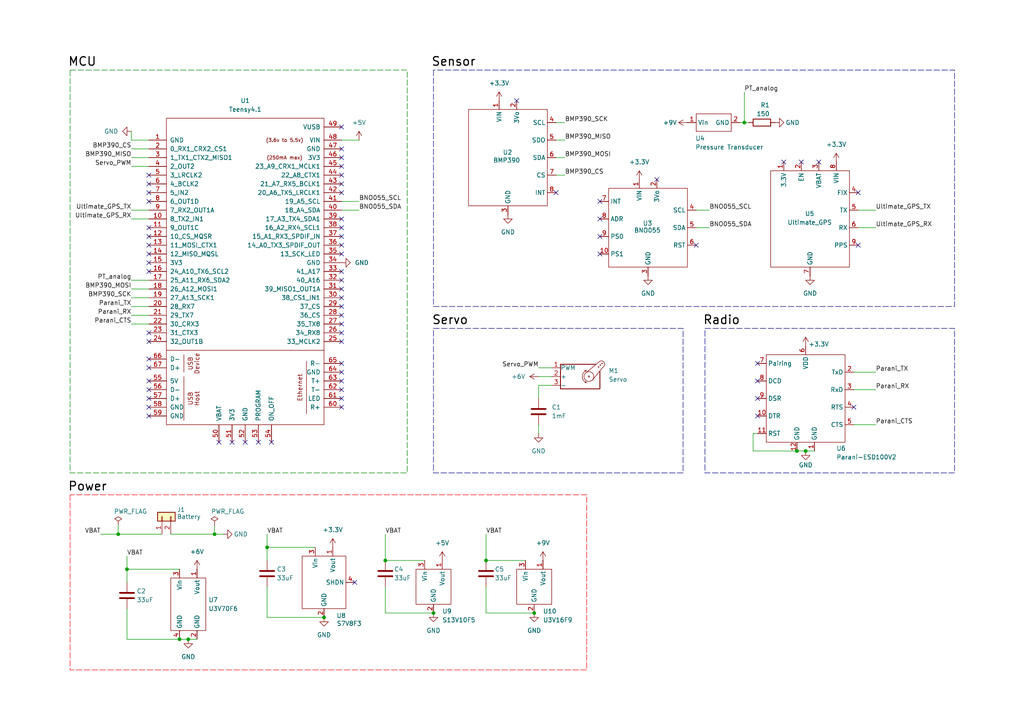
<source format=kicad_sch>
(kicad_sch (version 20250114) (generator "eeschema") (generator_version "9.0")
  (paper "A4")
  (title_block (title "Flight Computer") (date "2026-02-02") (rev "v3.0.0") (company "THRUST"))
  (lib_symbols
    (symbol "Connector_Generic:Conn_01x02" (pin_names (offset 1.016) (hide yes))
      (property "Reference" "J" (at 0 2.54 0))
      (property "Value" "Conn_01x02" (at 0 -5.08 0))
      (symbol "Conn_01x02_1_1"
        (rectangle (start -1.27 1.27) (end 1.27 -3.81) (stroke (width 0.254)) (fill (type background)))
        (rectangle (start -1.27 0.127) (end 0 -0.127) (stroke (width 0.1524)))
        (rectangle (start -1.27 -2.413) (end 0 -2.667) (stroke (width 0.1524)))
        (pin passive line (at -5.08 0 0) (length 3.81) (name "Pin_1") (number "1"))
        (pin passive line (at -5.08 -2.54 0) (length 3.81) (name "Pin_2") (number "2"))
      )
    )
    (symbol "Device:C" (pin_numbers (hide yes)) (pin_names (offset 0.254))
      (property "Reference" "C" (at 0.635 2.54 0))
      (property "Value" "C" (at 0.635 -2.54 0))
      (symbol "C_0_1"
        (polyline (pts (xy -2.032 0.762) (xy 2.032 0.762)) (stroke (width 0.508)))
        (polyline (pts (xy -2.032 -0.762) (xy 2.032 -0.762)) (stroke (width 0.508)))
      )
      (symbol "C_1_1"
        (pin passive line (at 0 3.81 270) (length 2.794) (name "~") (number "1"))
        (pin passive line (at 0 -3.81 90) (length 2.794) (name "~") (number "2"))
      )
    )
    (symbol "Device:R" (pin_numbers (hide yes)) (pin_names (offset 0))
      (property "Reference" "R" (at 2.032 0 90))
      (property "Value" "R" (at 0 0 90))
      (symbol "R_0_1"
        (rectangle (start -1.016 -2.54) (end 1.016 2.54) (stroke (width 0.254)))
      )
      (symbol "R_1_1"
        (pin passive line (at 0 3.81 270) (length 1.27) (name "~") (number "1"))
        (pin passive line (at 0 -3.81 90) (length 1.27) (name "~") (number "2"))
      )
    )
    (symbol "FlightComputer:BMP390"
      (property "Reference" "U" (at 0 2.286 0))
      (property "Value" "BMP390" (at 0 0 0))
      (symbol "BMP390_0_1"
        (rectangle (start -11.43 13.97) (end 11.43 -13.97))
      )
      (symbol "BMP390_1_1"
        (pin power_in line (at -2.54 16.51 270) (length 2.54) (name "VIN") (number "1"))
        (pin power_in line (at 0 -16.51 90) (length 2.54) (name "GND") (number "3"))
        (pin power_out line (at 2.54 16.51 270) (length 2.54) (name "3Vo") (number "2"))
        (pin input line (at 13.97 10.16 180) (length 2.54) (name "SCL") (number "4"))
        (pin input line (at 13.97 5.08 180) (length 2.54) (name "SDO") (number "5"))
        (pin input line (at 13.97 0 180) (length 2.54) (name "SDA") (number "6"))
        (pin input line (at 13.97 -5.08 180) (length 2.54) (name "CS") (number "7"))
        (pin input line (at 13.97 -10.16 180) (length 2.54) (name "INT") (number "8"))
      )
    )
    (symbol "FlightComputer:BNO055"
      (property "Reference" "U" (at 0 1.016 0))
      (property "Value" "BNO055" (at 0 -1.27 0))
      (symbol "BNO055_0_1"
        (rectangle (start -11.43 11.43) (end 11.43 -11.43))
      )
      (symbol "BNO055_1_1"
        (pin bidirectional line (at -13.97 7.62 0) (length 2.54) (name "INT") (number "7"))
        (pin bidirectional line (at -13.97 2.54 0) (length 2.54) (name "ADR") (number "8"))
        (pin bidirectional line (at -13.97 -2.54 0) (length 2.54) (name "PS0") (number "9"))
        (pin bidirectional line (at -13.97 -7.62 0) (length 2.54) (name "PS1") (number "10"))
        (pin power_in line (at -2.54 13.97 270) (length 2.54) (name "VIN") (number "1"))
        (pin power_in line (at 0 -13.97 90) (length 2.54) (name "GND") (number "3"))
        (pin power_out line (at 2.54 13.97 270) (length 2.54) (name "3Vo") (number "2"))
        (pin bidirectional line (at 13.97 5.08 180) (length 2.54) (name "SCL") (number "4"))
        (pin bidirectional line (at 13.97 0 180) (length 2.54) (name "SDA") (number "5"))
        (pin bidirectional line (at 13.97 -5.08 180) (length 2.54) (name "RST") (number "6"))
      )
    )
    (symbol "FlightComputer:Parani-ESD100V2"
      (property "Reference" "U" (at 0 1.016 0))
      (property "Value" "Parani-ESD100V2" (at 0 -1.27 0))
      (symbol "Parani-ESD100V2_0_1"
        (rectangle (start -11.43 12.7) (end 11.43 -12.7))
      )
      (symbol "Parani-ESD100V2_1_1"
        (pin bidirectional line (at -13.97 10.16 0) (length 2.54) (name "Pairing") (number "7"))
        (pin bidirectional line (at -13.97 5.08 0) (length 2.54) (name "DCD") (number "8"))
        (pin bidirectional line (at -13.97 0 0) (length 2.54) (name "DSR") (number "9"))
        (pin bidirectional line (at -13.97 -5.08 0) (length 2.54) (name "DTR") (number "10"))
        (pin bidirectional line (at -13.97 -10.16 0) (length 2.54) (name "RST") (number "11"))
        (pin power_in line (at -2.54 -15.24 90) (length 2.54) (name "GND") (number "12"))
        (pin power_in line (at 0 15.24 270) (length 2.54) (name "VDD") (number "6"))
        (pin power_in line (at 2.54 -15.24 90) (length 2.54) (name "GND") (number "1"))
        (pin bidirectional line (at 13.97 7.62 180) (length 2.54) (name "TxD") (number "2"))
        (pin bidirectional line (at 13.97 2.54 180) (length 2.54) (name "RxD") (number "3"))
        (pin bidirectional line (at 13.97 -2.54 180) (length 2.54) (name "RTS") (number "4"))
        (pin bidirectional line (at 13.97 -7.62 180) (length 2.54) (name "CTS") (number "5"))
      )
    )
    (symbol "FlightComputer:Pressure_Transducer"
      (property "Reference" "U" (at 0 0 0))
      (property "Value" "Pressure Transducer" (at 0 0 0))
      (symbol "Pressure_Transducer_0_1"
        (rectangle (start -2.54 5.08) (end 2.54 -5.08))
      )
      (symbol "Pressure_Transducer_1_1"
        (pin passive line (at 0 7.62 270) (length 2.54) (name "Vin") (number "1"))
        (pin passive line (at 0 -7.62 90) (length 2.54) (name "GND") (number "2"))
      )
    )
    (symbol "FlightComputer:S13V10F5"
      (property "Reference" "U" (at 0 0 0))
      (property "Value" "S13V10F5" (at 0 0 0))
      (symbol "S13V10F5_0_1"
        (rectangle (start -5.08 5.08) (end 5.08 -5.08))
      )
      (symbol "S13V10F5_1_1"
        (pin power_in line (at -2.54 7.62 270) (length 2.54) (name "Vin") (number "3"))
        (pin power_in line (at 0 -7.62 90) (length 2.54) (name "GND") (number "2"))
        (pin power_out line (at 2.54 7.62 270) (length 2.54) (name "Vout") (number "1"))
      )
    )
    (symbol "FlightComputer:S7V8F3"
      (property "Reference" "U" (at 0 1.016 0))
      (property "Value" "S7V8F3" (at 0 -1.016 0))
      (symbol "S7V8F3_0_1"
        (rectangle (start -6.35 7.62) (end 6.35 -7.62))
      )
      (symbol "S7V8F3_1_1"
        (pin power_in line (at -2.54 10.16 270) (length 2.54) (name "Vin") (number "3"))
        (pin power_in line (at 0 -10.16 90) (length 2.54) (name "GND") (number "2"))
        (pin power_out line (at 2.54 10.16 270) (length 2.54) (name "Vout") (number "1"))
        (pin input line (at 8.89 0 180) (length 2.54) (name "SHDN") (number "4"))
      )
    )
    (symbol "FlightComputer:Servo" (pin_names (offset 0.0254))
      (property "Reference" "M1" (at 8.89 1.7032 0))
      (property "Value" "Servo" (at 8.89 -0.8368 0))
      (symbol "Servo_0_1"
        (polyline (pts (xy 2.413 1.778) (xy 1.905 1.778)))
        (polyline (pts (xy 2.413 1.778) (xy 2.286 1.397)))
        (polyline (pts (xy 2.413 -1.778) (xy 2.032 -1.778)))
        (polyline (pts (xy 2.413 -1.778) (xy 2.286 -1.397)))
        (arc (start 2.413 -1.778) (mid 1.2406 0) (end 2.413 1.778))
        (circle (center 3.175 0) (radius 0.1778))
        (circle (center 3.175 0) (radius 1.4224))
        (polyline (pts (xy 5.08 3.556) (xy -5.08 3.556) (xy -5.08 -3.556) (xy 6.35 -3.556) (xy 6.35 1.524)) (stroke (width 0.254)))
        (circle (center 5.969 2.794) (radius 0.127))
        (polyline (pts (xy 6.35 4.445) (xy 2.54 1.27)))
        (circle (center 6.477 3.302) (radius 0.127))
        (arc (start 6.35 4.445) (mid 7.4487 4.2737) (end 7.62 3.175))
        (circle (center 6.985 3.81) (radius 0.127))
        (polyline (pts (xy 7.62 3.175) (xy 4.191 -1.016)))
      )
      (symbol "Servo_1_1"
        (pin passive line (at -7.62 2.54 0) (length 2.54) (name "PWM") (number "1"))
        (pin passive line (at -7.62 0 0) (length 2.54) (name "+") (number "2"))
        (pin passive line (at -7.62 -2.54 0) (length 2.54) (name "-") (number "3"))
      )
    )
    (symbol "FlightComputer:U3V16F9"
      (property "Reference" "U" (at 0 0 0))
      (property "Value" "U3V16F9" (at 0 0 0))
      (symbol "U3V16F9_0_1"
        (rectangle (start -5.08 5.08) (end 5.08 -5.08))
      )
      (symbol "U3V16F9_1_1"
        (pin power_in line (at -2.54 7.62 270) (length 2.54) (name "Vin") (number "3"))
        (pin power_in line (at 0 -7.62 90) (length 2.54) (name "GND") (number "2"))
        (pin power_out line (at 2.54 7.62 270) (length 2.54) (name "Vout") (number "1"))
      )
    )
    (symbol "FlightComputer:U3V70F6"
      (property "Reference" "U" (at 0 1.016 0))
      (property "Value" "U3V70F6" (at 0 -1.016 0))
      (symbol "U3V70F6_0_1"
        (rectangle (start -5.08 7.62) (end 5.08 -7.62))
      )
      (symbol "U3V70F6_1_1"
        (pin power_in line (at -2.54 10.16 270) (length 2.54) (name "Vin") (number "3"))
        (pin power_in line (at -2.54 -10.16 90) (length 2.54) (name "GND") (number "4"))
        (pin power_out line (at 2.54 10.16 270) (length 2.54) (name "Vout") (number "1"))
        (pin power_in line (at 2.54 -10.16 90) (length 2.54) (name "GND") (number "2"))
      )
    )
    (symbol "FlightComputer:Ultimate_GPS"
      (property "Reference" "U" (at 0 1.27 0))
      (property "Value" "Ultimate_GPS" (at 0 -1.016 0))
      (symbol "Ultimate_GPS_0_1"
        (rectangle (start -11.43 13.97) (end 11.43 -13.97))
      )
      (symbol "Ultimate_GPS_1_1"
        (pin power_out line (at -7.62 16.51 270) (length 2.54) (name "3.3V") (number "1"))
        (pin power_in line (at -2.54 16.51 270) (length 2.54) (name "EN") (number "2"))
        (pin power_in line (at 0 -16.51 90) (length 2.54) (name "GND") (number "7"))
        (pin power_in line (at 2.54 16.51 270) (length 2.54) (name "VBAT") (number "3"))
        (pin power_in line (at 7.62 16.51 270) (length 2.54) (name "VIN") (number "8"))
        (pin bidirectional line (at 13.97 7.62 180) (length 2.54) (name "FIX") (number "4"))
        (pin bidirectional line (at 13.97 2.54 180) (length 2.54) (name "TX") (number "5"))
        (pin bidirectional line (at 13.97 -2.54 180) (length 2.54) (name "RX") (number "6"))
        (pin bidirectional line (at 13.97 -7.62 180) (length 2.54) (name "PPS") (number "9"))
      )
    )
    (symbol "Teensy:Teensy4.1" (pin_names (offset 1.016))
      (property "Reference" "U" (at 0 64.77 0))
      (property "Value" "Teensy4.1" (at 0 62.23 0))
      (symbol "Teensy4.1_0_0"
        (polyline (pts (xy -22.86 -6.35) (xy 22.86 -6.35)))
        (polyline (pts (xy -17.78 -7.62) (xy -17.78 -12.7)))
        (polyline (pts (xy -17.78 -26.67) (xy -17.78 -13.97)))
        (polyline (pts (xy 17.78 -9.525) (xy 17.78 -24.765)))
        (text "USB" (at -15.875 -10.16 900) (effects (font (size 1.27 1.27))))
        (text "USB" (at -15.875 -20.32 900) (effects (font (size 1.27 1.27))))
        (text "Device" (at -13.97 -10.16 900) (effects (font (size 1.27 1.27))))
        (text "Host" (at -13.97 -20.32 900) (effects (font (size 1.27 1.27))))
        (text "(3.6v to 5.5v)" (at 11.43 54.61 0) (effects (font (size 1.016 1.016))))
        (text "(250mA max)" (at 11.43 49.53 0) (effects (font (size 1.016 1.016))))
        (text "Ethernet" (at 15.875 -17.145 900) (effects (font (size 1.27 1.27))))
        (pin bidirectional line (at -27.94 44.45 0) (length 5.08) (name "3_LRCLK2") (number "5"))
        (pin bidirectional line (at -27.94 41.91 0) (length 5.08) (name "4_BCLK2") (number "6"))
        (pin bidirectional line (at -27.94 39.37 0) (length 5.08) (name "5_IN2") (number "7"))
        (pin bidirectional line (at -27.94 36.83 0) (length 5.08) (name "6_OUT1D") (number "8"))
        (pin bidirectional line (at -27.94 34.29 0) (length 5.08) (name "7_RX2_OUT1A") (number "9"))
        (pin bidirectional line (at -27.94 31.75 0) (length 5.08) (name "8_TX2_IN1") (number "10"))
        (pin bidirectional line (at -27.94 29.21 0) (length 5.08) (name "9_OUT1C") (number "11"))
        (pin bidirectional line (at -27.94 26.67 0) (length 5.08) (name "10_CS_MQSR") (number "12"))
        (pin bidirectional line (at -27.94 24.13 0) (length 5.08) (name "11_MOSI_CTX1") (number "13"))
        (pin bidirectional line (at -27.94 21.59 0) (length 5.08) (name "12_MISO_MQSL") (number "14"))
        (pin power_in line (at -27.94 19.05 0) (length 5.08) (name "3V3") (number "15"))
        (pin bidirectional line (at -27.94 16.51 0) (length 5.08) (name "24_A10_TX6_SCL2") (number "16"))
        (pin bidirectional line (at -27.94 13.97 0) (length 5.08) (name "25_A11_RX6_SDA2") (number "17"))
        (pin bidirectional line (at -27.94 11.43 0) (length 5.08) (name "26_A12_MOSI1") (number "18"))
        (pin bidirectional line (at -27.94 8.89 0) (length 5.08) (name "27_A13_SCK1") (number "19"))
        (pin bidirectional line (at -27.94 6.35 0) (length 5.08) (name "28_RX7") (number "20"))
        (pin bidirectional line (at -27.94 3.81 0) (length 5.08) (name "29_TX7") (number "21"))
        (pin bidirectional line (at -27.94 1.27 0) (length 5.08) (name "30_CRX3") (number "22"))
        (pin bidirectional line (at -27.94 -1.27 0) (length 5.08) (name "31_CTX3") (number "23"))
        (pin bidirectional line (at -27.94 -3.81 0) (length 5.08) (name "32_OUT1B") (number "24"))
        (pin bidirectional line (at -27.94 -8.89 0) (length 5.08) (name "D-") (number "66"))
        (pin bidirectional line (at -27.94 -11.43 0) (length 5.08) (name "D+") (number "67"))
        (pin power_out line (at -27.94 -15.24 0) (length 5.08) (name "5V") (number "55"))
        (pin bidirectional line (at -27.94 -17.78 0) (length 5.08) (name "D-") (number "56"))
        (pin bidirectional line (at -27.94 -20.32 0) (length 5.08) (name "D+") (number "57"))
        (pin power_in line (at -27.94 -22.86 0) (length 5.08) (name "GND") (number "58"))
        (pin power_in line (at -27.94 -25.4 0) (length 5.08) (name "GND") (number "59"))
        (pin power_in line (at -7.62 -33.02 90) (length 5.08) (name "VBAT") (number "50"))
        (pin power_in line (at -3.81 -33.02 90) (length 5.08) (name "3V3") (number "51"))
        (pin input line (at 0 -33.02 90) (length 5.08) (name "GND") (number "52"))
        (pin input line (at 3.81 -33.02 90) (length 5.08) (name "PROGRAM") (number "53"))
        (pin input line (at 7.62 -33.02 90) (length 5.08) (name "ON_OFF") (number "54"))
        (pin power_out line (at 27.94 58.42 180) (length 5.08) (name "VUSB") (number "49"))
        (pin power_in line (at 27.94 54.61 180) (length 5.08) (name "VIN") (number "48"))
        (pin output line (at 27.94 52.07 180) (length 5.08) (name "GND") (number "47"))
        (pin output line (at 27.94 49.53 180) (length 5.08) (name "3V3") (number "46"))
        (pin bidirectional line (at 27.94 46.99 180) (length 5.08) (name "23_A9_CRX1_MCLK1") (number "45"))
        (pin bidirectional line (at 27.94 44.45 180) (length 5.08) (name "22_A8_CTX1") (number "44"))
        (pin bidirectional line (at 27.94 41.91 180) (length 5.08) (name "21_A7_RX5_BCLK1") (number "43"))
        (pin bidirectional line (at 27.94 39.37 180) (length 5.08) (name "20_A6_TX5_LRCLK1") (number "42"))
        (pin bidirectional line (at 27.94 36.83 180) (length 5.08) (name "19_A5_SCL") (number "41"))
        (pin bidirectional line (at 27.94 34.29 180) (length 5.08) (name "18_A4_SDA") (number "40"))
        (pin bidirectional line (at 27.94 31.75 180) (length 5.08) (name "17_A3_TX4_SDA1") (number "39"))
        (pin bidirectional line (at 27.94 29.21 180) (length 5.08) (name "16_A2_RX4_SCL1") (number "38"))
        (pin bidirectional line (at 27.94 26.67 180) (length 5.08) (name "15_A1_RX3_SPDIF_IN") (number "37"))
        (pin bidirectional line (at 27.94 24.13 180) (length 5.08) (name "14_A0_TX3_SPDIF_OUT") (number "36"))
        (pin bidirectional line (at 27.94 21.59 180) (length 5.08) (name "13_SCK_LED") (number "35"))
        (pin bidirectional line (at 27.94 16.51 180) (length 5.08) (name "41_A17") (number "33"))
        (pin bidirectional line (at 27.94 13.97 180) (length 5.08) (name "40_A16") (number "32"))
        (pin bidirectional line (at 27.94 11.43 180) (length 5.08) (name "39_MISO1_OUT1A") (number "31"))
        (pin bidirectional line (at 27.94 8.89 180) (length 5.08) (name "38_CS1_IN1") (number "30"))
        (pin bidirectional line (at 27.94 6.35 180) (length 5.08) (name "37_CS") (number "29"))
        (pin bidirectional line (at 27.94 3.81 180) (length 5.08) (name "36_CS") (number "28"))
        (pin bidirectional line (at 27.94 1.27 180) (length 5.08) (name "35_TX8") (number "27"))
        (pin bidirectional line (at 27.94 -1.27 180) (length 5.08) (name "34_RX8") (number "26"))
        (pin bidirectional line (at 27.94 -3.81 180) (length 5.08) (name "33_MCLK2") (number "25"))
        (pin bidirectional line (at 27.94 -10.16 180) (length 5.08) (name "R-") (number "65"))
        (pin power_in line (at 27.94 -12.7 180) (length 5.08) (name "GND") (number "64"))
        (pin bidirectional line (at 27.94 -15.24 180) (length 5.08) (name "T+") (number "63"))
        (pin bidirectional line (at 27.94 -17.78 180) (length 5.08) (name "T-") (number "62"))
        (pin bidirectional line (at 27.94 -20.32 180) (length 5.08) (name "LED") (number "61"))
        (pin bidirectional line (at 27.94 -22.86 180) (length 5.08) (name "R+") (number "60"))
      )
      (symbol "Teensy4.1_0_1"
        (rectangle (start -22.86 60.96) (end 22.86 -27.94))
        (rectangle (start -20.32 -1.27) (end -20.32 -1.27))
      )
      (symbol "Teensy4.1_1_1"
        (pin power_in line (at -27.94 54.61 0) (length 5.08) (name "GND") (number "1"))
        (pin bidirectional line (at -27.94 52.07 0) (length 5.08) (name "0_RX1_CRX2_CS1") (number "2"))
        (pin bidirectional line (at -27.94 49.53 0) (length 5.08) (name "1_TX1_CTX2_MISO1") (number "3"))
        (pin bidirectional line (at -27.94 46.99 0) (length 5.08) (name "2_OUT2") (number "4"))
        (pin power_in line (at 27.94 19.05 180) (length 5.08) (name "GND") (number "34"))
      )
    )
    (symbol "power:+3.3V" (power) (pin_numbers (hide yes)) (pin_names (offset 0) (hide yes))
      (property "Value" "+3.3V" (at 0 3.556 0))
      (symbol "+3.3V_0_1"
        (polyline (pts (xy -0.762 1.27) (xy 0 2.54)))
        (polyline (pts (xy 0 2.54) (xy 0.762 1.27)))
        (polyline (pts (xy 0 0) (xy 0 2.54)))
      )
      (symbol "+3.3V_1_1"
        (pin power_in line (at 0 0 90) (length 0) (name "~") (number "1"))
      )
    )
    (symbol "power:+5V" (power) (pin_numbers (hide yes)) (pin_names (offset 0) (hide yes))
      (property "Value" "+5V" (at 0 3.556 0))
      (symbol "+5V_0_1"
        (polyline (pts (xy -0.762 1.27) (xy 0 2.54)))
        (polyline (pts (xy 0 2.54) (xy 0.762 1.27)))
        (polyline (pts (xy 0 0) (xy 0 2.54)))
      )
      (symbol "+5V_1_1"
        (pin power_in line (at 0 0 90) (length 0) (name "~") (number "1"))
      )
    )
    (symbol "power:+6V" (power) (pin_numbers (hide yes)) (pin_names (offset 0) (hide yes))
      (property "Value" "+6V" (at 0 3.556 0))
      (symbol "+6V_0_1"
        (polyline (pts (xy -0.762 1.27) (xy 0 2.54)))
        (polyline (pts (xy 0 2.54) (xy 0.762 1.27)))
        (polyline (pts (xy 0 0) (xy 0 2.54)))
      )
      (symbol "+6V_1_1"
        (pin power_in line (at 0 0 90) (length 0) (name "~") (number "1"))
      )
    )
    (symbol "power:+9V" (power) (pin_numbers (hide yes)) (pin_names (offset 0) (hide yes))
      (property "Value" "+9V" (at 0 3.556 0))
      (symbol "+9V_0_1"
        (polyline (pts (xy -0.762 1.27) (xy 0 2.54)))
        (polyline (pts (xy 0 2.54) (xy 0.762 1.27)))
        (polyline (pts (xy 0 0) (xy 0 2.54)))
      )
      (symbol "+9V_1_1"
        (pin power_in line (at 0 0 90) (length 0) (name "~") (number "1"))
      )
    )
    (symbol "power:GND" (power) (pin_numbers (hide yes)) (pin_names (offset 0) (hide yes))
      (property "Value" "GND" (at 0 -3.81 0))
      (symbol "GND_0_1"
        (polyline (pts (xy 0 0) (xy 0 -1.27) (xy 1.27 -1.27) (xy 0 -2.54) (xy -1.27 -1.27) (xy 0 -1.27)))
      )
      (symbol "GND_1_1"
        (pin power_in line (at 0 0 270) (length 0) (name "~") (number "1"))
      )
    )
    (symbol "power:PWR_FLAG" (power) (pin_numbers (hide yes)) (pin_names (offset 0) (hide yes))
      (property "Value" "PWR_FLAG" (at 0 3.81 0))
      (symbol "PWR_FLAG_0_0"
        (pin power_out line (at 0 0 90) (length 0) (name "~") (number "1"))
      )
      (symbol "PWR_FLAG_0_1"
        (polyline (pts (xy 0 0) (xy 0 1.27) (xy -1.016 1.905) (xy 0 2.54) (xy 1.016 1.905) (xy 0 1.27)))
      )
    )
  )
  (text "Servo" (at 130.556 92.964 0) (effects (font (size 2.5 2.5) (thickness 0.325))))
  (text "Power" (at 25.4 141.224 0) (effects (font (size 2.5 2.5) (thickness 0.325))))
  (text "Sensor" (at 131.572 18.034 0) (effects (font (size 2.5 2.5) (thickness 0.325))))
  (text "Radio" (at 209.296 92.964 0) (effects (font (size 2.5 2.5) (thickness 0.325))))
  (text "MCU" (at 23.876 18.034 0) (effects (font (size 2.5 2.5) (thickness 0.325))))
  (junction (at 125.73 177.8))
  (junction (at 154.94 177.8))
  (junction (at 62.23 154.94))
  (junction (at 231.14 130.81))
  (junction (at 215.9 35.56))
  (junction (at 77.47 158.75))
  (junction (at 36.83 165.1))
  (junction (at 140.97 162.56))
  (junction (at 54.61 185.42))
  (junction (at 93.98 179.07))
  (junction (at 52.07 185.42))
  (junction (at 233.68 130.81))
  (junction (at 111.76 162.56))
  (junction (at 34.29 154.94))
  (no_connect (at 173.99 63.5))
  (no_connect (at 43.18 104.14))
  (no_connect (at 99.06 86.36))
  (no_connect (at 99.06 81.28))
  (no_connect (at 232.41 46.99))
  (no_connect (at 99.06 50.8))
  (no_connect (at 43.18 120.65))
  (no_connect (at 99.06 63.5))
  (no_connect (at 43.18 78.74))
  (no_connect (at 201.93 71.12))
  (no_connect (at 43.18 73.66))
  (no_connect (at 173.99 73.66))
  (no_connect (at 247.65 118.11))
  (no_connect (at 219.71 120.65))
  (no_connect (at 99.06 73.66))
  (no_connect (at 43.18 115.57))
  (no_connect (at 99.06 43.18))
  (no_connect (at 43.18 66.04))
  (no_connect (at 173.99 58.42))
  (no_connect (at 67.31 128.27))
  (no_connect (at 99.06 113.03))
  (no_connect (at 237.49 46.99))
  (no_connect (at 248.92 55.88))
  (no_connect (at 99.06 96.52))
  (no_connect (at 227.33 46.99))
  (no_connect (at 99.06 66.04))
  (no_connect (at 43.18 55.88))
  (no_connect (at 43.18 53.34))
  (no_connect (at 99.06 110.49))
  (no_connect (at 149.86 29.21))
  (no_connect (at 99.06 36.83))
  (no_connect (at 43.18 68.58))
  (no_connect (at 99.06 105.41))
  (no_connect (at 99.06 91.44))
  (no_connect (at 74.93 128.27))
  (no_connect (at 63.5 128.27))
  (no_connect (at 43.18 71.12))
  (no_connect (at 248.92 71.12))
  (no_connect (at 99.06 115.57))
  (no_connect (at 99.06 107.95))
  (no_connect (at 99.06 71.12))
  (no_connect (at 43.18 96.52))
  (no_connect (at 99.06 83.82))
  (no_connect (at 219.71 115.57))
  (no_connect (at 43.18 118.11))
  (no_connect (at 99.06 78.74))
  (no_connect (at 99.06 45.72))
  (no_connect (at 99.06 68.58))
  (no_connect (at 99.06 118.11))
  (no_connect (at 43.18 76.2))
  (no_connect (at 99.06 55.88))
  (no_connect (at 219.71 105.41))
  (no_connect (at 71.12 128.27))
  (no_connect (at 43.18 106.68))
  (no_connect (at 43.18 110.49))
  (no_connect (at 78.74 128.27))
  (no_connect (at 173.99 68.58))
  (no_connect (at 219.71 110.49))
  (no_connect (at 43.18 99.06))
  (no_connect (at 102.87 168.91))
  (no_connect (at 190.5 52.07))
  (no_connect (at 99.06 93.98))
  (no_connect (at 161.29 55.88))
  (no_connect (at 99.06 88.9))
  (no_connect (at 43.18 58.42))
  (no_connect (at 43.18 50.8))
  (no_connect (at 99.06 99.06))
  (no_connect (at 99.06 48.26))
  (no_connect (at 99.06 53.34))
  (no_connect (at 43.18 113.03))
  (wire (pts (xy 34.29 154.94) (xy 34.29 152.4)))
  (wire (pts (xy 99.06 60.96) (xy 104.14 60.96)))
  (wire (pts (xy 218.44 130.81) (xy 231.14 130.81)))
  (wire (pts (xy 36.83 165.1) (xy 52.07 165.1)))
  (wire (pts (xy 38.1 48.26) (xy 43.18 48.26)))
  (wire (pts (xy 247.65 113.03) (xy 254 113.03)))
  (wire (pts (xy 62.23 152.4) (xy 62.23 154.94)))
  (wire (pts (xy 218.44 125.73) (xy 218.44 130.81)))
  (wire (pts (xy 38.1 40.64) (xy 43.18 40.64)))
  (wire (pts (xy 156.21 109.22) (xy 160.02 109.22)))
  (wire (pts (xy 217.17 35.56) (xy 215.9 35.56)))
  (wire (pts (xy 161.29 45.72) (xy 163.83 45.72)))
  (wire (pts (xy 201.93 60.96) (xy 205.74 60.96)))
  (wire (pts (xy 111.76 177.8) (xy 125.73 177.8)))
  (wire (pts (xy 36.83 161.29) (xy 36.83 165.1)))
  (wire (pts (xy 38.1 88.9) (xy 43.18 88.9)))
  (wire (pts (xy 111.76 170.18) (xy 111.76 177.8)))
  (wire (pts (xy 156.21 111.76) (xy 160.02 111.76)))
  (wire (pts (xy 38.1 63.5) (xy 43.18 63.5)))
  (wire (pts (xy 247.65 123.19) (xy 254 123.19)))
  (wire (pts (xy 38.1 91.44) (xy 43.18 91.44)))
  (wire (pts (xy 62.23 154.94) (xy 64.77 154.94)))
  (wire (pts (xy 233.68 130.81) (xy 231.14 130.81)))
  (wire (pts (xy 77.47 158.75) (xy 77.47 162.56)))
  (wire (pts (xy 29.21 154.94) (xy 34.29 154.94)))
  (wire (pts (xy 219.71 125.73) (xy 218.44 125.73)))
  (wire (pts (xy 156.21 106.68) (xy 160.02 106.68)))
  (wire (pts (xy 38.1 45.72) (xy 43.18 45.72)))
  (wire (pts (xy 54.61 185.42) (xy 52.07 185.42)))
  (wire (pts (xy 156.21 123.19) (xy 156.21 125.73)))
  (wire (pts (xy 36.83 165.1) (xy 36.83 168.91)))
  (wire (pts (xy 161.29 50.8) (xy 163.83 50.8)))
  (wire (pts (xy 201.93 66.04) (xy 205.74 66.04)))
  (wire (pts (xy 34.29 154.94) (xy 46.99 154.94)))
  (wire (pts (xy 161.29 40.64) (xy 163.83 40.64)))
  (wire (pts (xy 38.1 38.1) (xy 38.1 40.64)))
  (wire (pts (xy 38.1 81.28) (xy 43.18 81.28)))
  (wire (pts (xy 49.53 154.94) (xy 62.23 154.94)))
  (wire (pts (xy 38.1 83.82) (xy 43.18 83.82)))
  (wire (pts (xy 140.97 177.8) (xy 154.94 177.8)))
  (wire (pts (xy 36.83 185.42) (xy 52.07 185.42)))
  (wire (pts (xy 156.21 111.76) (xy 156.21 115.57)))
  (wire (pts (xy 38.1 86.36) (xy 43.18 86.36)))
  (wire (pts (xy 233.68 130.81) (xy 236.22 130.81)))
  (wire (pts (xy 77.47 170.18) (xy 77.47 179.07)))
  (wire (pts (xy 111.76 154.94) (xy 111.76 162.56)))
  (wire (pts (xy 38.1 93.98) (xy 43.18 93.98)))
  (wire (pts (xy 140.97 162.56) (xy 152.4 162.56)))
  (wire (pts (xy 215.9 35.56) (xy 215.9 26.67)))
  (wire (pts (xy 140.97 154.94) (xy 140.97 162.56)))
  (wire (pts (xy 248.92 60.96) (xy 254 60.96)))
  (wire (pts (xy 161.29 35.56) (xy 163.83 35.56)))
  (wire (pts (xy 77.47 154.94) (xy 77.47 158.75)))
  (wire (pts (xy 214.63 35.56) (xy 215.9 35.56)))
  (wire (pts (xy 54.61 185.42) (xy 57.15 185.42)))
  (wire (pts (xy 111.76 162.56) (xy 123.19 162.56)))
  (wire (pts (xy 99.06 40.64) (xy 104.14 40.64)))
  (wire (pts (xy 38.1 43.18) (xy 43.18 43.18)))
  (wire (pts (xy 99.06 58.42) (xy 104.14 58.42)))
  (wire (pts (xy 77.47 179.07) (xy 93.98 179.07)))
  (wire (pts (xy 36.83 176.53) (xy 36.83 185.42)))
  (wire (pts (xy 38.1 60.96) (xy 43.18 60.96)))
  (wire (pts (xy 140.97 170.18) (xy 140.97 177.8)))
  (wire (pts (xy 247.65 107.95) (xy 254 107.95)))
  (wire (pts (xy 77.47 158.75) (xy 91.44 158.75)))
  (wire (pts (xy 248.92 66.04) (xy 254 66.04)))
  (label "Ultimate_GPS_RX" (at 38.1 63.5 180))
  (label "BMP390_SCK" (at 38.1 86.36 180))
  (label "BNO055_SCL" (at 205.74 60.96 0))
  (label "VBAT" (at 140.97 154.94 0))
  (label "Servo_PWM" (at 156.21 106.68 180))
  (label "Parani_CTS" (at 38.1 93.98 180))
  (label "Servo_PWM" (at 38.1 48.26 180))
  (label "Ultimate_GPS_RX" (at 254 66.04 0))
  (label "Parani_CTS" (at 254 123.19 0))
  (label "VBAT" (at 77.47 154.94 0))
  (label "BNO055_SDA" (at 205.74 66.04 0))
  (label "BMP390_CS" (at 38.1 43.18 180))
  (label "PT_analog" (at 38.1 81.28 180))
  (label "VBAT" (at 111.76 154.94 0))
  (label "BNO055_SCL" (at 104.14 58.42 0))
  (label "Parani_TX" (at 254 107.95 0))
  (label "PT_analog" (at 215.9 26.67 0))
  (label "BMP390_CS" (at 163.83 50.8 0))
  (label "BMP390_SCK" (at 163.83 35.56 0))
  (label "Ultimate_GPS_TX" (at 38.1 60.96 180))
  (label "BMP390_MOSI" (at 163.83 45.72 0))
  (label "Parani_RX" (at 254 113.03 0))
  (label "VBAT" (at 36.83 161.29 0))
  (label "BMP390_MISO" (at 38.1 45.72 180))
  (label "BMP390_MOSI" (at 38.1 83.82 180))
  (label "Parani_TX" (at 38.1 88.9 180))
  (label "BMP390_MISO" (at 163.83 40.64 0))
  (label "BNO055_SDA" (at 104.14 60.96 0))
  (label "Ultimate_GPS_TX" (at 254 60.96 0))
  (label "VBAT" (at 29.21 154.94 180))
  (label "Parani_RX" (at 38.1 91.44 180))
  (rule_area (polyline (pts (xy 20.32 143.51) (xy 20.32 194.31) (xy 170.18 194.31) (xy 170.18 143.51)) (stroke (width 0) (type dash))))
  (rule_area (polyline (pts (xy 20.32 20.32) (xy 118.11 20.32) (xy 118.11 137.16) (xy 20.32 137.16)) (stroke (width 0) (type dash) (color 0 132 0 1))))
  (rule_area (polyline (pts (xy 125.73 95.25) (xy 198.12 95.25) (xy 198.12 137.16) (xy 125.73 137.16)) (stroke (width 0) (type dash) (color 0 0 132 1))))
  (rule_area (polyline (pts (xy 125.73 20.32) (xy 125.73 88.9) (xy 276.86 88.9) (xy 276.86 20.32)) (stroke (width 0) (type dash) (color 0 0 132 1))))
  (rule_area (polyline (pts (xy 204.47 95.25) (xy 276.86 95.25) (xy 276.86 137.16) (xy 204.47 137.16)) (stroke (width 0) (type dash) (color 0 0 132 1))))
  (symbol (lib_id "Device:R") (at 220.98 35.56 90) (unit 1)
    (property "Reference" "R1" (at 223.266 30.48 90) (effects (justify left)))
    (property "Value" "150" (at 223.266 33.02 90) (effects (justify left)))
    (property "Description" "Resistor" (effects (hide yes)))
  )
  (symbol (lib_id "power:GND") (at 38.1 38.1 270) (unit 1)
    (property "Reference" "#PWR011" (effects (hide yes)))
    (property "Value" "GND" (at 34.29 38.0999 90) (effects (justify right)))
    (property "Description" "Power symbol creates a global label with name \"GND\" , ground" (effects (hide yes)))
  )
  (symbol (lib_id "FlightComputer:Pressure_Transducer") (at 207.01 35.56 90) (unit 1)
    (property "Reference" "U4" (at 201.676 40.132 90) (effects (justify right)))
    (property "Value" "Pressure Transducer" (at 201.676 42.672 90) (effects (justify right)))
  )
  (symbol (lib_id "power:+5V") (at 128.27 162.56 0) (unit 1)
    (property "Reference" "#PWR021" (effects (hide yes)))
    (property "Value" "+5V" (at 128.27 157.48 0))
    (property "Description" "Power symbol creates a global label with name \"+5V\"" (effects (hide yes)))
  )
  (symbol (lib_id "power:GND") (at 147.32 62.23 0) (unit 1)
    (property "Reference" "#PWR04" (effects (hide yes)))
    (property "Value" "GND" (at 147.32 67.31 0))
    (property "Description" "Power symbol creates a global label with name \"GND\" , ground" (effects (hide yes)))
  )
  (symbol (lib_id "FlightComputer:Servo") (at 167.64 109.22 0) (unit 1)
    (property "Reference" "M1" (at 176.53 107.5168 0) (effects (justify left)))
    (property "Value" "Servo" (at 176.53 110.0568 0) (effects (justify left)))
    (property "Datasheet" "http://forums.parallax.com/uploads/attachments/46831/74481.png" (effects (hide yes)))
    (property "Description" "Servo Motor (Futaba, HiTec, JR connector)" (effects (hide yes)))
  )
  (symbol (lib_id "power:+9V") (at 199.39 35.56 90) (unit 1)
    (property "Reference" "#PWR07" (effects (hide yes)))
    (property "Value" "+9V" (at 194.31 35.56 90))
    (property "Description" "Power symbol creates a global label with name \"+9V\"" (effects (hide yes)))
  )
  (symbol (lib_id "power:+5V") (at 104.14 40.64 0) (unit 1)
    (property "Reference" "#PWR010" (effects (hide yes)))
    (property "Value" "+5V" (at 104.14 35.56 0))
    (property "Description" "Power symbol creates a global label with name \"+5V\"" (effects (hide yes)))
  )
  (symbol (lib_id "Device:C") (at 140.97 166.37 0) (unit 1)
    (property "Reference" "C5" (at 143.51 165.1 0) (effects (justify left)))
    (property "Value" "33uF" (at 143.51 167.64 0) (effects (justify left)))
    (property "Description" "Unpolarized capacitor" (effects (hide yes)))
  )
  (symbol (lib_id "Connector_Generic:Conn_01x02") (at 46.99 149.86 90) (unit 1)
    (property "Reference" "J1" (at 51.308 147.828 90) (effects (justify right)))
    (property "Value" "Battery" (at 51.308 149.86 90) (effects (justify right)))
    (property "Description" "Generic connector, single row, 01x02, script generated (kicad-library-utils/schlib/autogen/connector/)" (effects (hide yes)))
  )
  (symbol (lib_id "power:GND") (at 99.06 76.2 90) (unit 1)
    (property "Reference" "#PWR012" (effects (hide yes)))
    (property "Value" "GND" (at 102.87 76.1999 90) (effects (justify right)))
    (property "Description" "Power symbol creates a global label with name \"GND\" , ground" (effects (hide yes)))
  )
  (symbol (lib_id "FlightComputer:Ultimate_GPS") (at 234.95 63.5 0) (unit 1)
    (property "Reference" "U5" (at 236.22 61.976 0) (effects (justify right)))
    (property "Value" "Ultimate_GPS" (at 241.3 64.516 0) (effects (justify right)))
  )
  (symbol (lib_id "power:GND") (at 156.21 125.73 0) (unit 1)
    (property "Reference" "#PWR02" (effects (hide yes)))
    (property "Value" "GND" (at 156.21 130.81 0))
    (property "Description" "Power symbol creates a global label with name \"GND\" , ground" (effects (hide yes)))
  )
  (symbol (lib_id "FlightComputer:U3V70F6") (at 54.61 175.26 0) (unit 1)
    (property "Reference" "U7" (at 60.452 173.99 0) (effects (justify left)))
    (property "Value" "U3V70F6" (at 60.452 176.53 0) (effects (justify left)))
  )
  (symbol (lib_id "power:GND") (at 54.61 185.42 0) (unit 1)
    (property "Reference" "#PWR017" (effects (hide yes)))
    (property "Value" "GND" (at 54.61 190.5 0))
    (property "Description" "Power symbol creates a global label with name \"GND\" , ground" (effects (hide yes)))
  )
  (symbol (lib_id "FlightComputer:BMP390") (at 147.32 45.72 0) (unit 1)
    (property "Reference" "U2" (at 148.59 44.196 0) (effects (justify right)))
    (property "Value" "BMP390" (at 150.876 46.482 0) (effects (justify right)))
    (property "Footprint" "FlightComputer:BMP390" (effects (hide yes)))
  )
  (symbol (lib_id "power:+3.3V") (at 233.68 100.33 0) (unit 1)
    (property "Reference" "#PWR05" (effects (hide yes)))
    (property "Value" "+3.3V" (at 237.49 99.822 0))
    (property "Description" "Power symbol creates a global label with name \"+3.3V\"" (effects (hide yes)))
  )
  (symbol (lib_id "Device:C") (at 156.21 119.38 0) (unit 1)
    (property "Reference" "C1" (at 160.02 118.1099 0) (effects (justify left)))
    (property "Value" "1mF" (at 160.02 120.6499 0) (effects (justify left)))
    (property "Description" "Unpolarized capacitor" (effects (hide yes)))
  )
  (symbol (lib_id "power:GND") (at 224.79 35.56 90) (unit 1)
    (property "Reference" "#PWR06" (effects (hide yes)))
    (property "Value" "GND" (at 229.87 35.56 90))
    (property "Description" "Power symbol creates a global label with name \"GND\" , ground" (effects (hide yes)))
  )
  (symbol (lib_id "power:+3.3V") (at 242.57 46.99 0) (unit 1)
    (property "Reference" "#PWR013" (effects (hide yes)))
    (property "Value" "+3.3V" (at 242.57 41.91 0))
    (property "Description" "Power symbol creates a global label with name \"+3.3V\"" (effects (hide yes)))
  )
  (symbol (lib_id "FlightComputer:Parani-ESD100V2") (at 233.68 115.57 0) (unit 1)
    (property "Reference" "U6" (at 242.57 130.048 0) (effects (justify left)))
    (property "Value" "Parani-ESD100V2" (at 242.57 132.588 0) (effects (justify left)))
  )
  (symbol (lib_id "power:+3.3V") (at 96.52 158.75 0) (unit 1)
    (property "Reference" "#PWR028" (effects (hide yes)))
    (property "Value" "+3.3V" (at 96.52 153.67 0))
    (property "Description" "Power symbol creates a global label with name \"+3.3V\"" (effects (hide yes)))
  )
  (symbol (lib_id "Device:C") (at 111.76 166.37 0) (unit 1)
    (property "Reference" "C4" (at 114.3 165.1 0) (effects (justify left)))
    (property "Value" "33uF" (at 114.3 167.64 0) (effects (justify left)))
    (property "Description" "Unpolarized capacitor" (effects (hide yes)))
  )
  (symbol (lib_id "power:+3.3V") (at 185.42 52.07 0) (unit 1)
    (property "Reference" "#PWR08" (effects (hide yes)))
    (property "Value" "+3.3V" (at 185.42 46.99 0))
    (property "Description" "Power symbol creates a global label with name \"+3.3V\"" (effects (hide yes)))
  )
  (symbol (lib_id "power:+9V") (at 157.48 162.56 0) (unit 1)
    (property "Reference" "#PWR025" (effects (hide yes)))
    (property "Value" "+9V" (at 157.48 157.48 0))
    (property "Description" "Power symbol creates a global label with name \"+9V\"" (effects (hide yes)))
  )
  (symbol (lib_id "power:GND") (at 234.95 80.01 0) (unit 1)
    (property "Reference" "#PWR014" (effects (hide yes)))
    (property "Value" "GND" (at 234.95 85.09 0))
    (property "Description" "Power symbol creates a global label with name \"GND\" , ground" (effects (hide yes)))
  )
  (symbol (lib_id "FlightComputer:U3V16F9") (at 154.94 170.18 0) (unit 1)
    (property "Reference" "U10" (at 157.48 177.292 0) (effects (justify left)))
    (property "Value" "U3V16F9" (at 157.48 179.832 0) (effects (justify left)))
  )
  (symbol (lib_id "power:+6V") (at 156.21 109.22 90) (unit 1)
    (property "Reference" "#PWR01" (effects (hide yes)))
    (property "Value" "+6V" (at 152.4 109.2199 90) (effects (justify left)))
    (property "Description" "Power symbol creates a global label with name \"+6V\"" (effects (hide yes)))
  )
  (symbol (lib_id "Device:C") (at 36.83 172.72 0) (unit 1)
    (property "Reference" "C2" (at 39.624 171.45 0) (effects (justify left)))
    (property "Value" "33uF" (at 39.624 173.99 0) (effects (justify left)))
    (property "Description" "Unpolarized capacitor" (effects (hide yes)))
  )
  (symbol (lib_id "power:GND") (at 93.98 179.07 0) (unit 1)
    (property "Reference" "#PWR026" (effects (hide yes)))
    (property "Value" "GND" (at 93.98 184.15 0))
    (property "Description" "Power symbol creates a global label with name \"GND\" , ground" (effects (hide yes)))
  )
  (symbol (lib_id "power:GND") (at 64.77 154.94 90) (unit 1)
    (property "Reference" "#PWR019" (effects (hide yes)))
    (property "Value" "GND" (at 69.85 154.94 90))
    (property "Description" "Power symbol creates a global label with name \"GND\" , ground" (effects (hide yes)))
  )
  (symbol (lib_id "power:GND") (at 233.68 130.81 0) (unit 1)
    (property "Reference" "#PWR018" (effects (hide yes)))
    (property "Value" "GND" (at 233.68 134.874 0))
    (property "Description" "Power symbol creates a global label with name \"GND\" , ground" (effects (hide yes)))
  )
  (symbol (lib_id "power:GND") (at 187.96 80.01 0) (unit 1)
    (property "Reference" "#PWR09" (effects (hide yes)))
    (property "Value" "GND" (at 187.96 85.09 0))
    (property "Description" "Power symbol creates a global label with name \"GND\" , ground" (effects (hide yes)))
  )
  (symbol (lib_id "FlightComputer:S7V8F3") (at 93.98 168.91 0) (unit 1)
    (property "Reference" "U8" (at 100.33 178.562 0) (effects (justify right)))
    (property "Value" "S7V8F3" (at 104.902 180.848 0) (effects (justify right)))
  )
  (symbol (lib_id "FlightComputer:BNO055") (at 187.96 66.04 0) (unit 1)
    (property "Reference" "U3" (at 186.436 64.77 0) (effects (justify left)))
    (property "Value" "BNO055" (at 183.896 66.802 0) (effects (justify left)))
    (property "Footprint" "FlightComputer:BNO055" (effects (hide yes)))
  )
  (symbol (lib_id "power:PWR_FLAG") (at 62.23 152.4 0) (unit 1)
    (property "Reference" "#FLG02" (effects (hide yes)))
    (property "Value" "PWR_FLAG" (at 66.04 148.336 0))
    (property "Description" "Special symbol for telling ERC where power comes from" (effects (hide yes)))
  )
  (symbol (lib_id "power:+3.3V") (at 144.78 29.21 0) (unit 1)
    (property "Reference" "#PWR03" (effects (hide yes)))
    (property "Value" "+3.3V" (at 144.78 24.13 0))
    (property "Description" "Power symbol creates a global label with name \"+3.3V\"" (effects (hide yes)))
  )
  (symbol (lib_id "power:+6V") (at 57.15 165.1 0) (unit 1)
    (property "Reference" "#PWR015" (effects (hide yes)))
    (property "Value" "+6V" (at 57.15 160.02 0))
    (property "Description" "Power symbol creates a global label with name \"+6V\"" (effects (hide yes)))
  )
  (symbol (lib_id "power:PWR_FLAG") (at 34.29 152.4 0) (unit 1)
    (property "Reference" "#FLG01" (effects (hide yes)))
    (property "Value" "PWR_FLAG" (at 37.846 148.336 0))
    (property "Description" "Special symbol for telling ERC where power comes from" (effects (hide yes)))
  )
  (symbol (lib_id "power:GND") (at 154.94 177.8 0) (unit 1)
    (property "Reference" "#PWR024" (effects (hide yes)))
    (property "Value" "GND" (at 154.94 182.88 0))
    (property "Description" "Power symbol creates a global label with name \"GND\" , ground" (effects (hide yes)))
  )
  (symbol (lib_id "Teensy:Teensy4.1") (at 71.12 95.25 0) (unit 1)
    (property "Reference" "U1" (at 71.12 29.21 0))
    (property "Value" "Teensy4.1" (at 71.12 31.75 0))
    (property "Footprint" "Teensy:Teensy41" (effects (hide yes)))
  )
  (symbol (lib_id "FlightComputer:S13V10F5") (at 125.73 170.18 0) (unit 1)
    (property "Reference" "U9" (at 128.27 177.292 0) (effects (justify left)))
    (property "Value" "S13V10F5" (at 128.27 179.832 0) (effects (justify left)))
    (property "Footprint" "FlightComputer:S13V10F5" (effects (hide yes)))
  )
  (symbol (lib_id "power:GND") (at 125.73 177.8 0) (unit 1)
    (property "Reference" "#PWR020" (effects (hide yes)))
    (property "Value" "GND" (at 125.73 182.88 0))
    (property "Description" "Power symbol creates a global label with name \"GND\" , ground" (effects (hide yes)))
  )
  (symbol (lib_id "Device:C") (at 77.47 166.37 0) (unit 1)
    (property "Reference" "C3" (at 80.264 165.1 0) (effects (justify left)))
    (property "Value" "33uF" (at 80.264 167.64 0) (effects (justify left)))
    (property "Description" "Unpolarized capacitor" (effects (hide yes)))
  )
)
</source>
